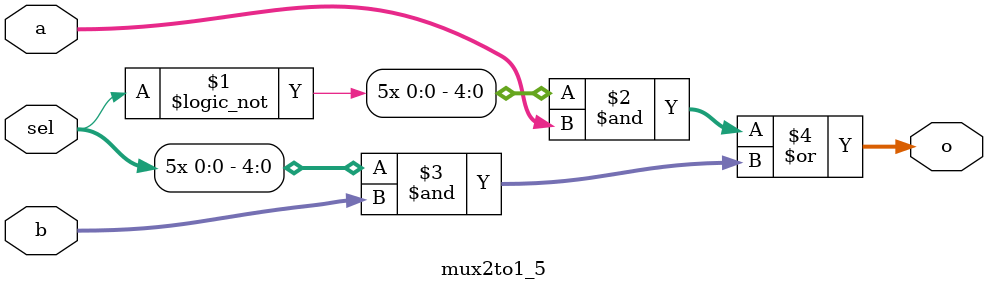
<source format=v>
`timescale 1ns / 1ps
module mux2to1_5(input [4:0] a,
					  input [4:0] b,
					  input sel,
					  output [4:0] o
    );
	 
	 assign o = ({5{!sel}} & a) | ({5{sel}} & b);


endmodule

</source>
